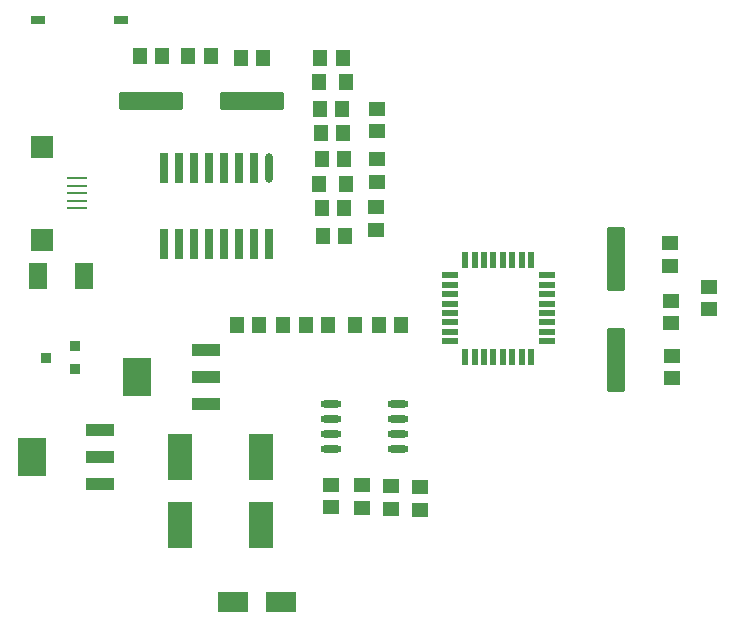
<source format=gtp>
G04*
G04 #@! TF.GenerationSoftware,Altium Limited,Altium Designer,21.2.1 (34)*
G04*
G04 Layer_Color=8421504*
%FSLAX24Y24*%
%MOIN*%
G70*
G04*
G04 #@! TF.SameCoordinates,2A4B76D5-AD1C-46BA-8FB2-2B46C924C6B9*
G04*
G04*
G04 #@! TF.FilePolarity,Positive*
G04*
G01*
G75*
%ADD24R,0.0472X0.0551*%
G04:AMPARAMS|DCode=25|XSize=216.5mil|YSize=59.1mil|CornerRadius=7.4mil|HoleSize=0mil|Usage=FLASHONLY|Rotation=0.000|XOffset=0mil|YOffset=0mil|HoleType=Round|Shape=RoundedRectangle|*
%AMROUNDEDRECTD25*
21,1,0.2165,0.0443,0,0,0.0*
21,1,0.2018,0.0591,0,0,0.0*
1,1,0.0148,0.1009,-0.0221*
1,1,0.0148,-0.1009,-0.0221*
1,1,0.0148,-0.1009,0.0221*
1,1,0.0148,0.1009,0.0221*
%
%ADD25ROUNDEDRECTD25*%
%ADD26R,0.0500X0.0550*%
%ADD27R,0.0551X0.0472*%
%ADD28O,0.0250X0.0984*%
%ADD29R,0.0250X0.0984*%
%ADD30R,0.0472X0.0315*%
%ADD31R,0.0748X0.0748*%
%ADD32R,0.0700X0.0100*%
%ADD33R,0.0640X0.0900*%
%ADD34R,0.0580X0.0200*%
%ADD35R,0.0200X0.0580*%
G04:AMPARAMS|DCode=36|XSize=216.5mil|YSize=59.1mil|CornerRadius=7.4mil|HoleSize=0mil|Usage=FLASHONLY|Rotation=270.000|XOffset=0mil|YOffset=0mil|HoleType=Round|Shape=RoundedRectangle|*
%AMROUNDEDRECTD36*
21,1,0.2165,0.0443,0,0,270.0*
21,1,0.2018,0.0591,0,0,270.0*
1,1,0.0148,-0.0221,-0.1009*
1,1,0.0148,-0.0221,0.1009*
1,1,0.0148,0.0221,0.1009*
1,1,0.0148,0.0221,-0.1009*
%
%ADD36ROUNDEDRECTD36*%
%ADD37R,0.0787X0.1575*%
%ADD38R,0.0945X0.1299*%
%ADD39R,0.0945X0.0394*%
%ADD40R,0.0984X0.0669*%
%ADD41O,0.0709X0.0236*%
%ADD42R,0.0374X0.0354*%
D24*
X35550Y40700D02*
D03*
X34802D02*
D03*
X37430Y39000D02*
D03*
X38178D02*
D03*
X37472Y38178D02*
D03*
X38220D02*
D03*
X37502Y37308D02*
D03*
X38250D02*
D03*
X37502Y35668D02*
D03*
X38250D02*
D03*
X37450Y40680D02*
D03*
X38198D02*
D03*
X38288Y34758D02*
D03*
X37540D02*
D03*
X40148Y31780D02*
D03*
X39400D02*
D03*
X36968D02*
D03*
X36220D02*
D03*
X35410D02*
D03*
X34662D02*
D03*
X32180Y40740D02*
D03*
X31432D02*
D03*
X33790D02*
D03*
X33042D02*
D03*
D25*
X31810Y39250D02*
D03*
X35156D02*
D03*
D26*
X37410Y36468D02*
D03*
X38310D02*
D03*
X37390Y39878D02*
D03*
X38290D02*
D03*
X38620Y31780D02*
D03*
X37720D02*
D03*
D27*
X39340Y38248D02*
D03*
Y38996D02*
D03*
X39320Y35708D02*
D03*
Y34960D02*
D03*
X39340Y36560D02*
D03*
Y37308D02*
D03*
X49110Y34510D02*
D03*
Y33762D02*
D03*
X50410Y33060D02*
D03*
Y32312D02*
D03*
X49140Y32590D02*
D03*
Y31842D02*
D03*
X40780Y26378D02*
D03*
Y25630D02*
D03*
X39810Y26408D02*
D03*
Y25660D02*
D03*
X38840Y26438D02*
D03*
Y25690D02*
D03*
X37820Y26458D02*
D03*
Y25710D02*
D03*
X49160Y30002D02*
D03*
Y30750D02*
D03*
D28*
X35740Y37027D02*
D03*
D29*
X35240D02*
D03*
X34740D02*
D03*
X34240D02*
D03*
X33740D02*
D03*
X33240D02*
D03*
X32740D02*
D03*
X32240D02*
D03*
X32240Y34468D02*
D03*
X32740D02*
D03*
X33240D02*
D03*
X33740D02*
D03*
X34240D02*
D03*
X34740D02*
D03*
X35240D02*
D03*
X35740D02*
D03*
D30*
X28052Y41960D02*
D03*
X30808D02*
D03*
D31*
X28182Y34623D02*
D03*
Y37733D02*
D03*
D32*
X29350Y35678D02*
D03*
Y35922D02*
D03*
Y36178D02*
D03*
Y36434D02*
D03*
Y36690D02*
D03*
D33*
X28040Y33430D02*
D03*
X29580D02*
D03*
D34*
X45000Y31240D02*
D03*
X45000Y31550D02*
D03*
X45000Y31870D02*
D03*
Y32180D02*
D03*
Y32500D02*
D03*
Y32810D02*
D03*
Y33130D02*
D03*
X45000Y33440D02*
D03*
X41760D02*
D03*
X41760Y33130D02*
D03*
X41760Y32810D02*
D03*
Y32500D02*
D03*
Y32180D02*
D03*
Y31870D02*
D03*
Y31550D02*
D03*
X41760Y31240D02*
D03*
D35*
X44480Y33960D02*
D03*
X44170Y33960D02*
D03*
X43850Y33960D02*
D03*
X43540D02*
D03*
X43220D02*
D03*
X42910D02*
D03*
X42590D02*
D03*
X42280Y33960D02*
D03*
Y30720D02*
D03*
X42590Y30720D02*
D03*
X42910Y30720D02*
D03*
X43220D02*
D03*
X43540D02*
D03*
X43850D02*
D03*
X44170D02*
D03*
X44480Y30720D02*
D03*
D36*
X47320Y30627D02*
D03*
Y33973D02*
D03*
D37*
X35480Y25107D02*
D03*
Y27390D02*
D03*
X32760Y25107D02*
D03*
Y27390D02*
D03*
D38*
X31348Y30060D02*
D03*
X27828Y27390D02*
D03*
D39*
X33632Y30966D02*
D03*
Y30060D02*
D03*
Y29154D02*
D03*
X30112Y28296D02*
D03*
Y27390D02*
D03*
Y26484D02*
D03*
D40*
X34555Y22550D02*
D03*
X36130D02*
D03*
D41*
X40022Y27640D02*
D03*
Y28140D02*
D03*
Y28640D02*
D03*
Y29140D02*
D03*
X37798Y27640D02*
D03*
Y28140D02*
D03*
Y28640D02*
D03*
Y29140D02*
D03*
D42*
X29284Y30326D02*
D03*
X28300Y30700D02*
D03*
X29284Y31074D02*
D03*
M02*

</source>
